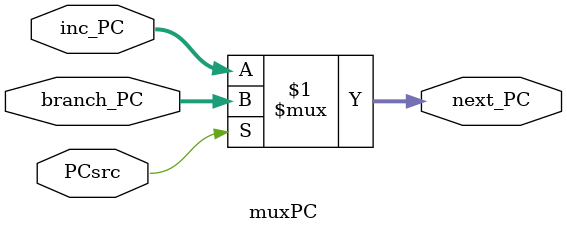
<source format=sv>
module muxPC#(
    parameter next_PC_width = 8
)(
    input logic PCsrc,
    input logic [next_PC_width-1:0] branch_PC,
    input logic [next_PC_width-1:0] inc_PC,
    output logic [next_PC_width-1:0] next_PC 

);

assign next_PC = PCsrc ? branch_PC : inc_PC;
    
endmodule

</source>
